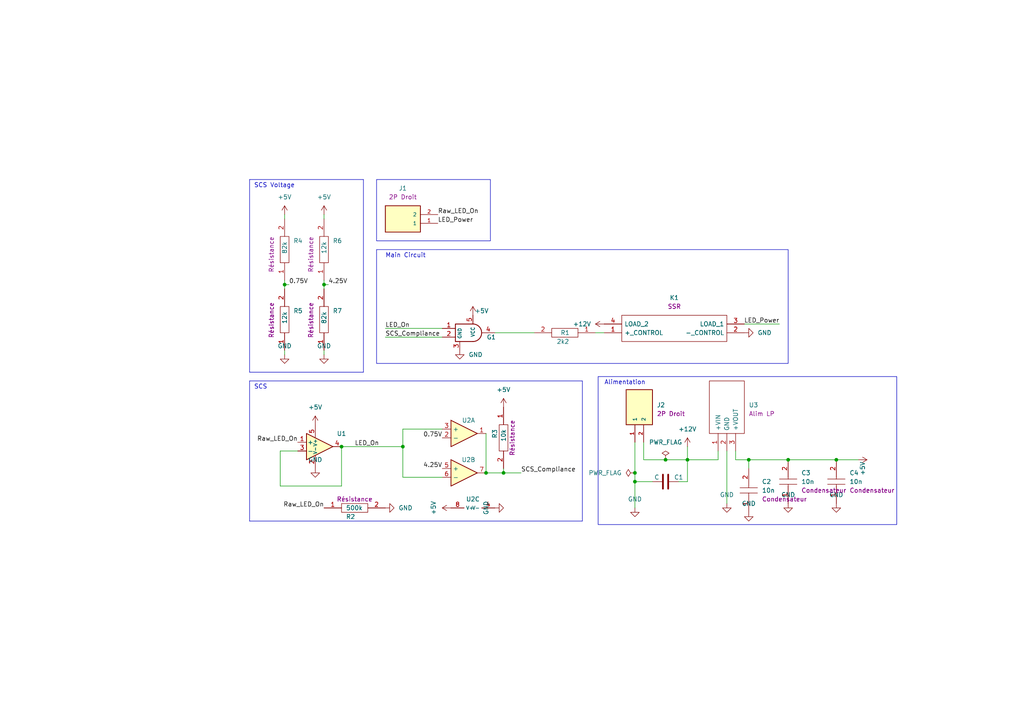
<source format=kicad_sch>
(kicad_sch (version 20231120) (generator "eeschema") (generator_version "8.0")
  (paper "A4")
  (lib_symbols
    (symbol "Device:C" (pin_numbers hide) (pin_names (offset 0.254))
      (property "Reference" "C" (at 0.635 2.54 0))
      (property "Value" "C" (at 0.635 -2.54 0))
      (symbol "C_0_1"
        (polyline (pts (xy -2.032 -0.762) (xy 2.032 -0.762)) (stroke (width 0.508)))
        (polyline (pts (xy -2.032 0.762) (xy 2.032 0.762)) (stroke (width 0.508)))
      )
      (symbol "C_1_1"
        (pin passive line (at 0 3.81 270) (length 2.794) (name "~") (number "1"))
        (pin passive line (at 0 -3.81 90) (length 2.794) (name "~") (number "2"))
      )
    )
    (symbol "EPSA_Lib:Opamp" (pin_names (offset 0.254))
      (property "Reference" "U" (at 2.54 2.54 0))
      (symbol "Opamp_0_1"
        (polyline (pts (xy 5.08 0) (xy -2.54 3.81) (xy -2.54 -3.81) (xy 5.08 0)) (stroke (width 0.254)) (fill (type background)))
      )
      (symbol "Opamp_1_1"
        (pin input line (at -5.08 1.27 0) (length 2.54) (name "+") (number "1"))
        (pin power_in line (at 0 -6.35 90) (length 3.81) (name "V-") (number "2"))
        (pin input line (at -5.08 -1.27 0) (length 2.54) (name "-") (number "3"))
        (pin output line (at 7.62 0 180) (length 2.54) (name "~") (number "4"))
        (pin power_in line (at 0 6.35 270) (length 3.81) (name "V+") (number "5"))
      )
    )
    (symbol "EPSA_lib:2P Droit 2-11-2022" (pin_names (offset 1.016))
      (property "Reference" "J" (at 6.35 5.08 0))
      (property "Render Name" "2P Droit" (at 0 3.81 0))
      (symbol "2P Droit 2-11-2022_0_0"
        (rectangle (start -5.08 -5.08) (end 5.08 2.54) (stroke (width 0.254)) (fill (type background)))
        (pin passive line (at -10.16 0 0) (length 5.08) (name "1") (number "1"))
        (pin passive line (at -10.16 -2.54 0) (length 5.08) (name "2") (number "2"))
      )
    )
    (symbol "EPSA_lib:Alim LP TSR_0.5-2450" (pin_names (offset 0.762))
      (property "Reference" "U" (at 20.32 11.43 0))
      (property "Render Name" "Alim LP" (at 11.43 8.89 0))
      (symbol "Alim LP TSR_0.5-2450_0_0"
        (pin passive line (at -1.27 5.08 0) (length 5.08) (name "+VIN") (number "1"))
        (pin passive line (at -1.27 2.54 0) (length 5.08) (name "GND") (number "2"))
        (pin passive line (at -1.27 0 0) (length 5.08) (name "+VOUT") (number "3"))
      )
      (symbol "Alim LP TSR_0.5-2450_0_1"
        (polyline (pts (xy 3.81 7.62) (xy 19.05 7.62) (xy 19.05 -2.54) (xy 3.81 -2.54) (xy 3.81 7.62)) (stroke (width 0.1524)))
      )
    )
    (symbol "EPSA_lib:Comparator_Dual"
      (property "Reference" "CP" (at 7.62 -2.54 0))
      (symbol "Comparator_Dual_1_1"
        (polyline (pts (xy 0 3.81) (xy 0 -3.81) (xy 7.62 0) (xy 0 3.81)) (stroke (width 0.254)) (fill (type background)))
        (pin open_collector line (at 10.16 0 180) (length 2.54) (name "~") (number "1"))
        (pin input line (at -2.54 -1.27 0) (length 2.54) (name "-") (number "2"))
        (pin input line (at -2.54 1.27 0) (length 2.54) (name "+") (number "3"))
      )
      (symbol "Comparator_Dual_2_1"
        (polyline (pts (xy 0 3.81) (xy 7.62 0) (xy 0 -3.81) (xy 0 3.81)) (stroke (width 0.254)) (fill (type background)))
        (pin input line (at -2.54 1.27 0) (length 2.54) (name "+") (number "5"))
        (pin input line (at -2.54 -1.27 0) (length 2.54) (name "-") (number "6"))
        (pin open_collector line (at 10.16 0 180) (length 2.54) (name "~") (number "7"))
      )
      (symbol "Comparator_Dual_3_1"
        (pin power_in line (at 0 -6.35 90) (length 3.81) (name "V-") (number "4"))
        (pin power_in line (at 0 6.35 270) (length 3.81) (name "V+") (number "8"))
      )
    )
    (symbol "EPSA_lib:Condensateur 0805Y1000104JXT" (pin_names (offset 0.762))
      (property "Reference" "C" (at 1.5 -1.8 0))
      (property "Value" "10u" (at 11.43 -2.54 0))
      (property "Render Name" "Condensateur" (at 6.35 3.81 0))
      (symbol "Condensateur 0805Y1000104JXT_0_0"
        (pin passive line (at 0 0 0) (length 5.08) (name "~") (number "1"))
        (pin passive line (at 12.7 0 180) (length 5.08) (name "~") (number "2"))
      )
      (symbol "Condensateur 0805Y1000104JXT_0_1"
        (polyline (pts (xy 5.08 0) (xy 5.588 0)) (stroke (width 0.1524)))
        (polyline (pts (xy 5.588 2.54) (xy 5.588 -2.54)) (stroke (width 0.1524)))
        (polyline (pts (xy 7.112 0) (xy 7.62 0)) (stroke (width 0.1524)))
        (polyline (pts (xy 7.112 2.54) (xy 7.112 -2.54)) (stroke (width 0.1524)))
      )
    )
    (symbol "EPSA_lib:Gate AND SN74AHCT1G08DBVR" (pin_names (offset 0.762))
      (property "Reference" "G" (at 2.54 -3.81 0))
      (symbol "Gate AND SN74AHCT1G08DBVR_1_1"
        (polyline (pts (xy 5.08 -2.54) (xy 0 -2.54) (xy 0 2.54) (xy 5.08 2.54)) (stroke (width 0.254)))
        (arc (start 5.1025 -2.54) (mid 7.6201 0) (end 5.1025 2.54) (stroke (width 0.254)))
        (pin input line (at -3.81 1.27 0) (length 3.81) (name "~") (number "1"))
        (pin input line (at -3.81 -1.27 0) (length 3.81) (name "~") (number "2"))
        (pin power_in line (at 1.27 -5.08 90) (length 2.54) (name "GND") (number "3"))
        (pin output line (at 11.43 0 180) (length 3.81) (name "~") (number "4"))
        (pin power_in line (at 5.08 5.08 270) (length 2.54) (name "VCC") (number "5"))
      )
    )
    (symbol "EPSA_lib:Résistance RK73H2BLTDD2152F" (pin_names (offset 0.762))
      (property "Reference" "R" (at 25.4 5.08 0))
      (property "Value" "10" (at 7.62 0 0))
      (property "Render Name" "Résistance" (at 8.89 2.54 0))
      (symbol "Résistance RK73H2BLTDD2152F_0_0"
        (pin passive line (at 0 0 0) (length 5.08) (name "~") (number "1"))
        (pin passive line (at 17.78 0 180) (length 5.08) (name "~") (number "2"))
      )
      (symbol "Résistance RK73H2BLTDD2152F_0_1"
        (polyline (pts (xy 5.08 1.27) (xy 12.7 1.27) (xy 12.7 -1.27) (xy 5.08 -1.27) (xy 5.08 1.27)) (stroke (width 0.1524)))
      )
    )
    (symbol "EPSA_lib:SSR CPC1394GR" (pin_names (offset 0.762))
      (property "Reference" "K" (at 19.05 -1.27 0))
      (property "Render Name" "SSR" (at 19.05 3.81 0))
      (symbol "SSR CPC1394GR_0_0"
        (pin passive line (at 0 -2.54 0) (length 5.08) (name "+_CONTROL") (number "1"))
        (pin passive line (at 40.64 -2.54 180) (length 5.08) (name "-_CONTROL") (number "2"))
        (pin passive line (at 40.64 0 180) (length 5.08) (name "LOAD_1") (number "3"))
        (pin passive line (at 0 0 0) (length 5.08) (name "LOAD_2") (number "4"))
      )
      (symbol "SSR CPC1394GR_0_1"
        (polyline (pts (xy 5.08 2.54) (xy 35.56 2.54) (xy 35.56 -5.08) (xy 5.08 -5.08) (xy 5.08 2.54)) (stroke (width 0.1524)))
      )
    )
    (symbol "Résistance RK73H2BLTDD2152F_1" (pin_names (offset 0.762))
      (property "Reference" "R" (at 25.4 5.08 0))
      (property "Value" "10" (at 7.62 0 0))
      (property "Render Name" "Résistance" (at 8.89 2.54 0))
      (symbol "Résistance RK73H2BLTDD2152F_1_0_0"
        (pin passive line (at 0 0 0) (length 5.08) (name "~") (number "1"))
        (pin passive line (at 17.78 0 180) (length 5.08) (name "~") (number "2"))
      )
      (symbol "Résistance RK73H2BLTDD2152F_1_0_1"
        (polyline (pts (xy 5.08 1.27) (xy 12.7 1.27) (xy 12.7 -1.27) (xy 5.08 -1.27) (xy 5.08 1.27)) (stroke (width 0.1524)))
      )
    )
    (symbol "Résistance RK73H2BLTDD2152F_3" (pin_names (offset 0.762))
      (property "Reference" "R" (at 25.4 5.08 0))
      (property "Value" "10" (at 7.62 0 0))
      (property "Render Name" "Résistance" (at 8.89 2.54 0))
      (symbol "Résistance RK73H2BLTDD2152F_3_0_0"
        (pin passive line (at 0 0 0) (length 5.08) (name "~") (number "1"))
        (pin passive line (at 17.78 0 180) (length 5.08) (name "~") (number "2"))
      )
      (symbol "Résistance RK73H2BLTDD2152F_3_0_1"
        (polyline (pts (xy 5.08 1.27) (xy 12.7 1.27) (xy 12.7 -1.27) (xy 5.08 -1.27) (xy 5.08 1.27)) (stroke (width 0.1524)))
      )
    )
    (symbol "Résistance RK73H2BLTDD2152F_4" (pin_names (offset 0.762))
      (property "Reference" "R" (at 25.4 5.08 0))
      (property "Value" "10" (at 7.62 0 0))
      (property "Render Name" "Résistance" (at 8.89 2.54 0))
      (symbol "Résistance RK73H2BLTDD2152F_4_0_0"
        (pin passive line (at 0 0 0) (length 5.08) (name "~") (number "1"))
        (pin passive line (at 17.78 0 180) (length 5.08) (name "~") (number "2"))
      )
      (symbol "Résistance RK73H2BLTDD2152F_4_0_1"
        (polyline (pts (xy 5.08 1.27) (xy 12.7 1.27) (xy 12.7 -1.27) (xy 5.08 -1.27) (xy 5.08 1.27)) (stroke (width 0.1524)))
      )
    )
    (symbol "Résistance RK73H2BLTDD2152F_5" (pin_names (offset 0.762))
      (property "Reference" "R" (at 25.4 5.08 0))
      (property "Value" "10" (at 7.62 0 0))
      (property "Render Name" "Résistance" (at 8.89 2.54 0))
      (symbol "Résistance RK73H2BLTDD2152F_5_0_0"
        (pin passive line (at 0 0 0) (length 5.08) (name "~") (number "1"))
        (pin passive line (at 17.78 0 180) (length 5.08) (name "~") (number "2"))
      )
      (symbol "Résistance RK73H2BLTDD2152F_5_0_1"
        (polyline (pts (xy 5.08 1.27) (xy 12.7 1.27) (xy 12.7 -1.27) (xy 5.08 -1.27) (xy 5.08 1.27)) (stroke (width 0.1524)))
      )
    )
    (symbol "power:+12V" (power) (pin_names (offset 0))
      (property "Value" "+12V" (at 0 3.556 0))
      (symbol "+12V_0_1"
        (polyline (pts (xy -0.762 1.27) (xy 0 2.54)))
        (polyline (pts (xy 0 0) (xy 0 2.54)))
        (polyline (pts (xy 0 2.54) (xy 0.762 1.27)))
      )
      (symbol "+12V_1_1"
        (pin power_in line (at 0 0 90) (length 0) hide (name "+12V") (number "1"))
      )
    )
    (symbol "power:+5V" (power) (pin_names (offset 0))
      (property "Value" "+5V" (at 0 3.556 0))
      (symbol "+5V_0_1"
        (polyline (pts (xy -0.762 1.27) (xy 0 2.54)))
        (polyline (pts (xy 0 0) (xy 0 2.54)))
        (polyline (pts (xy 0 2.54) (xy 0.762 1.27)))
      )
      (symbol "+5V_1_1"
        (pin power_in line (at 0 0 90) (length 0) hide (name "+5V") (number "1"))
      )
    )
    (symbol "power:GND" (power) (pin_names (offset 0))
      (property "Value" "GND" (at 0 -3.81 0))
      (symbol "GND_0_1"
        (polyline (pts (xy 0 0) (xy 0 -1.27) (xy 1.27 -1.27) (xy 0 -2.54) (xy -1.27 -1.27) (xy 0 -1.27)))
      )
      (symbol "GND_1_1"
        (pin power_in line (at 0 0 270) (length 0) hide (name "GND") (number "1"))
      )
    )
    (symbol "power:PWR_FLAG" (power) (pin_numbers hide) (pin_names (offset 0) hide)
      (property "Value" "PWR_FLAG" (at 0 3.81 0))
      (symbol "PWR_FLAG_0_0"
        (pin power_out line (at 0 0 90) (length 0) (name "pwr") (number "1"))
      )
      (symbol "PWR_FLAG_0_1"
        (polyline (pts (xy 0 0) (xy 0 1.27) (xy -1.016 1.905) (xy 0 2.54) (xy 1.016 1.905) (xy 0 1.27)))
      )
    )
  )
  (junction (at 242.57 133.35))
  (junction (at 193.04 133.35))
  (junction (at 99.06 129.54))
  (junction (at 146.05 137.16))
  (junction (at 93.98 82.55))
  (junction (at 184.15 139.7))
  (junction (at 199.39 133.35))
  (junction (at 228.6 133.35))
  (junction (at 217.17 133.35))
  (junction (at 116.84 129.54))
  (junction (at 140.97 137.16))
  (junction (at 184.15 137.16))
  (junction (at 82.55 82.55))
  (wire (pts (xy 111.76 97.79) (xy 128.27 97.79)))
  (polyline (pts (xy 168.91 110.49) (xy 72.39 110.49)))
  (polyline (pts (xy 72.39 110.49) (xy 72.39 151.13)))
  (wire (pts (xy 99.06 129.54) (xy 99.06 140.97)))
  (wire (pts (xy 146.05 137.16) (xy 151.13 137.16)))
  (wire (pts (xy 93.98 82.55) (xy 93.98 83.82)))
  (wire (pts (xy 215.9 93.98) (xy 226.06 93.98)))
  (polyline (pts (xy 105.41 107.95) (xy 72.39 107.95)))
  (wire (pts (xy 217.17 135.89) (xy 217.17 133.35)))
  (wire (pts (xy 184.15 137.16) (xy 184.15 139.7)))
  (wire (pts (xy 193.04 133.35) (xy 199.39 133.35)))
  (wire (pts (xy 146.05 137.16) (xy 146.05 135.89)))
  (wire (pts (xy 82.55 81.28) (xy 82.55 82.55)))
  (wire (pts (xy 82.55 62.23) (xy 82.55 63.5)))
  (wire (pts (xy 140.97 125.73) (xy 140.97 137.16)))
  (wire (pts (xy 242.57 133.35) (xy 248.92 133.35)))
  (wire (pts (xy 93.98 62.23) (xy 93.98 63.5)))
  (wire (pts (xy 186.69 128.27) (xy 186.69 133.35)))
  (wire (pts (xy 86.36 130.81) (xy 81.28 130.81)))
  (wire (pts (xy 172.72 96.52) (xy 175.26 96.52)))
  (polyline (pts (xy 72.39 52.07) (xy 105.41 52.07)))
  (wire (pts (xy 186.69 133.35) (xy 193.04 133.35)))
  (wire (pts (xy 99.06 129.54) (xy 116.84 129.54)))
  (wire (pts (xy 128.27 124.46) (xy 116.84 124.46)))
  (wire (pts (xy 140.97 137.16) (xy 146.05 137.16)))
  (wire (pts (xy 184.15 128.27) (xy 184.15 137.16)))
  (wire (pts (xy 81.28 130.81) (xy 81.28 140.97)))
  (wire (pts (xy 81.28 140.97) (xy 99.06 140.97)))
  (polyline (pts (xy 168.91 151.13) (xy 168.91 110.49)))
  (wire (pts (xy 208.28 130.81) (xy 208.28 133.35)))
  (wire (pts (xy 208.28 133.35) (xy 199.39 133.35)))
  (polyline (pts (xy 72.39 52.07) (xy 72.39 107.95)))
  (polyline (pts (xy 72.39 151.13) (xy 168.91 151.13)))
  (wire (pts (xy 143.51 96.52) (xy 154.94 96.52)))
  (polyline (pts (xy 105.41 52.07) (xy 105.41 107.95)))
  (wire (pts (xy 210.82 130.81) (xy 210.82 146.05)))
  (wire (pts (xy 199.39 139.7) (xy 199.39 133.35)))
  (wire (pts (xy 116.84 124.46) (xy 116.84 129.54)))
  (wire (pts (xy 128.27 138.43) (xy 116.84 138.43)))
  (wire (pts (xy 199.39 129.54) (xy 199.39 133.35)))
  (wire (pts (xy 184.15 139.7) (xy 184.15 147.32)))
  (wire (pts (xy 228.6 133.35) (xy 242.57 133.35)))
  (wire (pts (xy 82.55 82.55) (xy 83.82 82.55)))
  (wire (pts (xy 184.15 139.7) (xy 189.23 139.7)))
  (wire (pts (xy 93.98 82.55) (xy 95.25 82.55)))
  (wire (pts (xy 111.76 95.25) (xy 128.27 95.25)))
  (wire (pts (xy 213.36 133.35) (xy 217.17 133.35)))
  (wire (pts (xy 93.98 81.28) (xy 93.98 82.55)))
  (wire (pts (xy 82.55 82.55) (xy 82.55 83.82)))
  (wire (pts (xy 116.84 138.43) (xy 116.84 129.54)))
  (wire (pts (xy 82.55 101.6) (xy 82.55 102.87)))
  (wire (pts (xy 93.98 101.6) (xy 93.98 102.87)))
  (wire (pts (xy 217.17 133.35) (xy 228.6 133.35)))
  (wire (pts (xy 196.85 139.7) (xy 199.39 139.7)))
  (wire (pts (xy 213.36 130.81) (xy 213.36 133.35)))
  (rectangle (start 173.482 109.22) (end 260.096 152.146))
  (rectangle (start 109.22 52.07) (end 142.24 69.85))
  (rectangle (start 109.22 72.39) (end 228.6 105.41))
  (text "Alimentation\n" (at 175.26 111.76 0) (effects (font (size 1.27 1.27)) (justify left bottom)))
  (text "Main Circuit" (at 111.76 74.93 0) (effects (font (size 1.27 1.27)) (justify left bottom)))
  (text "SCS\n" (at 73.66 113.03 0) (effects (font (size 1.27 1.27)) (justify left bottom)))
  (text "SCS Voltage" (at 73.66 54.61 0) (effects (font (size 1.27 1.27)) (justify left bottom)))
  (label "LED_On" (at 102.87 129.54 0))
  (label "SCS_Compliance" (at 151.13 137.16 0))
  (label "4.25V" (at 95.25 82.55 0))
  (label "LED_Power" (at 226.06 93.98 180))
  (label "LED_Power" (at 127 64.77 0))
  (label "LED_On" (at 111.76 95.25 0))
  (label "4.25V" (at 128.27 135.89 180))
  (label "0.75V" (at 128.27 127 180))
  (label "SCS_Compliance" (at 111.76 97.79 0))
  (label "Raw_LED_On" (at 127 62.23 0))
  (label "Raw_LED_On" (at 93.98 147.32 180))
  (label "Raw_LED_On" (at 86.36 128.27 180))
  (label "0.75V" (at 83.82 82.55 0))
  (symbol (lib_id "EPSA_Lib:Opamp") (at 91.44 129.54 0) (unit 1)
    (property "Reference" "U1" (at 99.06 125.7614 0))
    (property "Value" "${SIM.PARAMS}" (effects (hide yes)))
    (property "Footprint" "Package_TO_SOT_SMD:SOT-353_SC-70-5_Handsoldering" (effects (hide yes)))
    (property "Datasheet" "https://www.ti.com/lit/gpn/tlv9064-q1" (effects (hide yes)))
    (property "Description" "Operational amplifier, single, node sequence=1:+ 2:- 3:OUT 4:V+ 5:V-" (effects (hide yes)))
    (property "Manufacturer_Name" "Texas Instruments" (effects (hide yes)))
    (property "Manufacturer_Part_Number" "TLV9061QDCKRQ1 " (effects (hide yes)))
    (property "Mouser Part Number" " 595-TLV9061QDCKRQ1 " (effects (hide yes)))
  )
  (symbol (lib_id "EPSA_lib:Condensateur 0805Y1000104JXT") (at 217.17 148.59 90) (unit 1)
    (property "Reference" "C2" (at 220.98 139.7 90) (effects (justify right)))
    (property "Value" "10n" (at 220.98 142.24 90) (effects (justify right)))
    (property "Footprint" "EPSA_lib:CAPC2012X130N" (effects (hide yes)))
    (property "Datasheet" "http://docs-europe.electrocomponents.com/webdocs/119d/0900766b8119d7bc.pdf" (effects (hide yes)))
    (property "Description" "Syfer 0805 Ceramic Chip Capacitors" (effects (hide yes)))
    (property "Sim.Pins" "1=+ 2=-" (effects (hide yes)))
    (property "Sim.Device" "C" (effects (hide yes)))
    (property "Height" "1.3" (effects (hide yes)))
    (property "Manufacturer_Name" "Syfer" (effects (hide yes)))
    (property "Manufacturer_Part_Number" "0805Y1000104JXT" (effects (hide yes)))
    (property "Render Name" "Condensateur" (at 220.98 144.78 90) (effects (justify right)))
  )
  (symbol (lib_id "EPSA_lib:Condensateur 0805Y1000104JXT") (at 242.57 146.05 90) (unit 1)
    (property "Reference" "C4" (at 246.38 137.16 90) (effects (justify right)))
    (property "Value" "10n" (at 246.38 139.7 90) (effects (justify right)))
    (property "Footprint" "EPSA_lib:CAPC2012X130N" (effects (hide yes)))
    (property "Datasheet" "http://docs-europe.electrocomponents.com/webdocs/119d/0900766b8119d7bc.pdf" (effects (hide yes)))
    (property "Description" "Syfer 0805 Ceramic Chip Capacitors" (effects (hide yes)))
    (property "Sim.Pins" "1=+ 2=-" (effects (hide yes)))
    (property "Sim.Device" "C" (effects (hide yes)))
    (property "Height" "1.3" (effects (hide yes)))
    (property "Manufacturer_Name" "Syfer" (effects (hide yes)))
    (property "Manufacturer_Part_Number" "0805Y1000104JXT" (effects (hide yes)))
    (property "Render Name" "Condensateur" (at 246.38 142.24 90) (effects (justify right)))
  )
  (symbol (lib_id "EPSA_lib:Condensateur 0805Y1000104JXT") (at 228.6 146.05 90) (unit 1)
    (property "Reference" "C3" (at 232.41 137.16 90) (effects (justify right)))
    (property "Value" "10n" (at 232.41 139.7 90) (effects (justify right)))
    (property "Footprint" "EPSA_lib:CAPC2012X130N" (effects (hide yes)))
    (property "Datasheet" "http://docs-europe.electrocomponents.com/webdocs/119d/0900766b8119d7bc.pdf" (effects (hide yes)))
    (property "Description" "Syfer 0805 Ceramic Chip Capacitors" (effects (hide yes)))
    (property "Sim.Pins" "1=+ 2=-" (effects (hide yes)))
    (property "Sim.Device" "C" (effects (hide yes)))
    (property "Height" "1.3" (effects (hide yes)))
    (property "Manufacturer_Name" "Syfer" (effects (hide yes)))
    (property "Manufacturer_Part_Number" "0805Y1000104JXT" (effects (hide yes)))
    (property "Render Name" "Condensateur" (at 232.41 142.24 90) (effects (justify right)))
  )
  (symbol (lib_id "power:+12V") (at 175.26 93.98 90) (unit 1)
    (property "Reference" "#PWR03" (effects (hide yes)))
    (property "Value" "+12V" (at 171.45 93.98 90) (effects (justify left)))
  )
  (symbol (lib_id "power:GND") (at 133.35 101.6 0) (unit 1)
    (property "Reference" "#GND010" (effects (hide yes)))
    (property "Value" "GND" (at 135.89 102.8699 0) (effects (justify left)))
  )
  (symbol (lib_id "EPSA_lib:Résistance RK73H2BLTDD2152F") (at 93.98 147.32 0) (unit 1)
    (property "Reference" "R2" (at 100.33 149.86 0) (effects (justify left)))
    (property "Value" "500k" (at 100.33 147.32 0) (effects (justify left)))
    (property "Footprint" "EPSA_lib:RESC3216X70N" (effects (hide yes)))
    (property "Datasheet" "http://www.koaspeer.com/catimages/Products/RK73H/RK73H.pdf" (effects (hide yes)))
    (property "Description" "Thick Film Resistors - SMD" (effects (hide yes)))
    (property "Height" "0.7" (effects (hide yes)))
    (property "Manufacturer_Name" "KOA Speer" (effects (hide yes)))
    (property "Manufacturer_Part_Number" "RK73H2BLTDD2152F" (effects (hide yes)))
    (property "Mouser Part Number" "N/A" (effects (hide yes)))
    (property "Mouser Price/Stock" "https://www.mouser.co.uk/ProductDetail/KOA-Speer/RK73H2BLTDD2152F?qs=WeIALVmW3zmyxMFsjVzMRw%3D%3D" (effects (hide yes)))
    (property "Sim.Device" "R" (effects (hide yes)))
    (property "Sim.Params" "type=\"R\" model=\"10k\" lib=\"\"" (effects (hide yes)))
    (property "Sim.Pins" "1=+ 2=-" (effects (hide yes)))
    (property "Render Name" "Résistance" (at 102.87 144.78 0))
  )
  (symbol (lib_id "power:GND") (at 82.55 102.87 0) (unit 1)
    (property "Reference" "#GND07" (effects (hide yes)))
    (property "Value" "GND" (at 82.55 100.33 0))
  )
  (symbol (lib_id "power:GND") (at 217.17 148.59 0) (unit 1)
    (property "Reference" "#GND06" (effects (hide yes)))
    (property "Value" "GND" (at 217.17 146.05 0))
  )
  (symbol (lib_id "power:+5V") (at 130.81 147.32 90) (unit 1)
    (property "Reference" "#PWR05" (effects (hide yes)))
    (property "Value" "+5V" (at 125.73 147.32 0))
  )
  (symbol (lib_id "power:+5V") (at 91.44 123.19 0) (unit 1)
    (property "Reference" "#PWR04" (effects (hide yes)))
    (property "Value" "+5V" (at 91.44 118.11 0))
  )
  (symbol (lib_id "power:GND") (at 184.15 147.32 0) (unit 1)
    (property "Reference" "#GND04" (effects (hide yes)))
    (property "Value" "GND" (at 184.15 144.78 0))
  )
  (symbol (lib_id "power:+5V") (at 82.55 62.23 0) (unit 1)
    (property "Reference" "#PWR01" (effects (hide yes)))
    (property "Value" "+5V" (at 82.55 57.15 0))
  )
  (symbol (lib_id "power:PWR_FLAG") (at 193.04 133.35 0) (unit 1)
    (property "Reference" "#FLG01" (effects (hide yes)))
    (property "Value" "PWR_FLAG" (at 193.04 128.27 0))
  )
  (symbol (lib_id "power:GND") (at 242.57 146.05 0) (unit 1)
    (property "Reference" "#GND012" (effects (hide yes)))
    (property "Value" "GND" (at 242.57 143.51 0))
  )
  (symbol (lib_id "EPSA_lib:Résistance RK73H2BLTDD2152F") (at 146.05 118.11 270) (unit 1)
    (property "Reference" "R3" (at 143.51 124.46 0) (effects (justify left)))
    (property "Value" "10k" (at 146.05 124.46 0) (effects (justify left)))
    (property "Footprint" "EPSA_lib:RESC3216X70N" (effects (hide yes)))
    (property "Datasheet" "http://www.koaspeer.com/catimages/Products/RK73H/RK73H.pdf" (effects (hide yes)))
    (property "Description" "Thick Film Resistors - SMD" (effects (hide yes)))
    (property "Height" "0.7" (effects (hide yes)))
    (property "Manufacturer_Name" "KOA Speer" (effects (hide yes)))
    (property "Manufacturer_Part_Number" "RK73H2BLTDD2152F" (effects (hide yes)))
    (property "Mouser Part Number" "N/A" (effects (hide yes)))
    (property "Mouser Price/Stock" "https://www.mouser.co.uk/ProductDetail/KOA-Speer/RK73H2BLTDD2152F?qs=WeIALVmW3zmyxMFsjVzMRw%3D%3D" (effects (hide yes)))
    (property "Sim.Device" "R" (effects (hide yes)))
    (property "Sim.Params" "type=\"R\" model=\"10k\" lib=\"\"" (effects (hide yes)))
    (property "Sim.Pins" "1=+ 2=-" (effects (hide yes)))
    (property "Render Name" "Résistance" (at 148.59 127 0))
  )
  (symbol (lib_id "power:PWR_FLAG") (at 184.15 137.16 90) (unit 1)
    (property "Reference" "#FLG04" (effects (hide yes)))
    (property "Value" "PWR_FLAG" (at 180.34 137.16 90) (effects (justify left)))
  )
  (symbol (lib_name "Résistance RK73H2BLTDD2152F_1") (lib_id "EPSA_lib:Résistance RK73H2BLTDD2152F") (at 82.55 81.28 90) (unit 1)
    (property "Reference" "R4" (at 85.09 69.8499 90) (effects (justify right)))
    (property "Value" "82k" (at 82.55 73.66 0) (effects (justify left)))
    (property "Footprint" "EPSA_lib:RESC3216X70N" (effects (hide yes)))
    (property "Datasheet" "http://www.koaspeer.com/catimages/Products/RK73H/RK73H.pdf" (effects (hide yes)))
    (property "Description" "Thick Film Resistors - SMD" (effects (hide yes)))
    (property "Height" "0.7" (effects (hide yes)))
    (property "Manufacturer_Name" "KOA Speer" (effects (hide yes)))
    (property "Manufacturer_Part_Number" "RK73H2BLTDD2152F" (effects (hide yes)))
    (property "Mouser Part Number" "N/A" (effects (hide yes)))
    (property "Mouser Price/Stock" "https://www.mouser.co.uk/ProductDetail/KOA-Speer/RK73H2BLTDD2152F?qs=WeIALVmW3zmyxMFsjVzMRw%3D%3D" (effects (hide yes)))
    (property "Render Name" "Résistance" (at 78.74 68.58 0) (effects (justify right)))
    (property "Sim.Device" "R" (effects (hide yes)))
    (property "Sim.Params" "type=\"R\" model=\"8k\" lib=\"\"" (effects (hide yes)))
    (property "Sim.Pins" "1=+ 2=-" (effects (hide yes)))
  )
  (symbol (lib_name "Résistance RK73H2BLTDD2152F_4") (lib_id "EPSA_lib:Résistance RK73H2BLTDD2152F") (at 82.55 101.6 90) (unit 1)
    (property "Reference" "R5" (at 85.09 90.1699 90) (effects (justify right)))
    (property "Value" "12k" (at 82.55 93.98 0) (effects (justify left)))
    (property "Footprint" "EPSA_lib:RESC3216X70N" (effects (hide yes)))
    (property "Datasheet" "http://www.koaspeer.com/catimages/Products/RK73H/RK73H.pdf" (effects (hide yes)))
    (property "Description" "Thick Film Resistors - SMD" (effects (hide yes)))
    (property "Height" "0.7" (effects (hide yes)))
    (property "Manufacturer_Name" "KOA Speer" (effects (hide yes)))
    (property "Manufacturer_Part_Number" "RK73H2BLTDD2152F" (effects (hide yes)))
    (property "Mouser Part Number" "N/A" (effects (hide yes)))
    (property "Mouser Price/Stock" "https://www.mouser.co.uk/ProductDetail/KOA-Speer/RK73H2BLTDD2152F?qs=WeIALVmW3zmyxMFsjVzMRw%3D%3D" (effects (hide yes)))
    (property "Render Name" "Résistance" (at 78.74 87.63 0) (effects (justify right)))
    (property "Sim.Device" "R" (effects (hide yes)))
    (property "Sim.Params" "type=\"R\" model=\"2k\" lib=\"\"" (effects (hide yes)))
    (property "Sim.Pins" "1=+ 2=-" (effects (hide yes)))
  )
  (symbol (lib_id "power:+5V") (at 146.05 118.11 0) (unit 1)
    (property "Reference" "#PWR06" (effects (hide yes)))
    (property "Value" "+5V" (at 146.05 113.03 0))
  )
  (symbol (lib_id "power:GND") (at 143.51 147.32 90) (unit 1)
    (property "Reference" "#GND03" (effects (hide yes)))
    (property "Value" "GND" (at 140.97 147.32 0))
  )
  (symbol (lib_id "power:GND") (at 215.9 96.52 90) (unit 1)
    (property "Reference" "#GND09" (effects (hide yes)))
    (property "Value" "GND" (at 219.71 96.52 90) (effects (justify right)))
  )
  (symbol (lib_id "EPSA_lib:Comparator_Dual") (at 137.16 147.32 90) (unit 3)
    (property "Reference" "U2" (at 137.16 144.78 90))
    (property "Value" "Opamp_Dual" (effects (hide yes)))
    (property "Footprint" "Package_SO:TSSOP-8_4.4x3mm_P0.65mm" (effects (hide yes)))
    (property "Datasheet" "https://www.ti.com/lit/gpn/lmv339" (effects (hide yes)))
    (property "Description" "Dual comparator" (effects (hide yes)))
    (property "Manufacturer_Name" "Texas Instruments" (effects (hide yes)))
    (property "Manufacturer_Part_Number" "LMV393IPWR" (effects (hide yes)))
    (property "Mouser Part Number" "595-LMV393IPWR" (effects (hide yes)))
    (property "Sim.Library" "${SP_BASIC}\\Comp_lm393lv.lib" (effects (hide yes)))
    (property "Sim.Name" "LM393LV_Dual" (effects (hide yes)))
    (property "Sim.Device" "SUBCKT" (effects (hide yes)))
    (property "Sim.Pins" "1=OUT1 2=IN1- 3=IN1+ 4=GND 5=IN2+ 6=IN2- 7=OUT2 8=V+" (effects (hide yes)))
  )
  (symbol (lib_id "power:+5V") (at 93.98 62.23 0) (unit 1)
    (property "Reference" "#PWR02" (effects (hide yes)))
    (property "Value" "+5V" (at 93.98 57.15 0))
  )
  (symbol (lib_id "EPSA_lib:2P Droit 2-11-2022") (at 184.15 118.11 90) (unit 1) (exclude_from_sim yes)
    (property "Reference" "J2" (at 190.5 117.475 90) (effects (justify right)))
    (property "Value" "2P Droit 2-11-2022" (effects (hide yes)))
    (property "Footprint" "EPSA_lib:MOLEX_22-11-2022" (effects (hide yes)))
    (property "Sim.Pins" "1=1 2=2" (effects (hide yes)))
    (property "Sim.Device" "SPICE" (effects (hide yes)))
    (property "Sim.Params" "type=\"J\" model=\"22-11-2022\" lib=\"\"" (effects (hide yes)))
    (property "MAXIMUM_PACKAGE_HEIGHT" "10.66mm" (effects (hide yes)))
    (property "PARTREV" "BD8" (effects (hide yes)))
    (property "STANDARD" "Manufacturer Recommendations" (effects (hide yes)))
    (property "MANUFACTURER" "Molex" (effects (hide yes)))
    (property "Render Name" "2P Droit" (at 190.5 120.015 90) (effects (justify right)))
  )
  (symbol (lib_id "power:GND") (at 210.82 146.05 0) (unit 1)
    (property "Reference" "#GND05" (effects (hide yes)))
    (property "Value" "GND" (at 210.82 143.51 0))
  )
  (symbol (lib_name "Résistance RK73H2BLTDD2152F_3") (lib_id "EPSA_lib:Résistance RK73H2BLTDD2152F") (at 93.98 101.6 90) (unit 1)
    (property "Reference" "R7" (at 96.52 90.1699 90) (effects (justify right)))
    (property "Value" "82k" (at 93.98 93.98 0) (effects (justify left)))
    (property "Footprint" "EPSA_lib:RESC3216X70N" (effects (hide yes)))
    (property "Datasheet" "http://www.koaspeer.com/catimages/Products/RK73H/RK73H.pdf" (effects (hide yes)))
    (property "Description" "Thick Film Resistors - SMD" (effects (hide yes)))
    (property "Height" "0.7" (effects (hide yes)))
    (property "Manufacturer_Name" "KOA Speer" (effects (hide yes)))
    (property "Manufacturer_Part_Number" "RK73H2BLTDD2152F" (effects (hide yes)))
    (property "Mouser Part Number" "N/A" (effects (hide yes)))
    (property "Mouser Price/Stock" "https://www.mouser.co.uk/ProductDetail/KOA-Speer/RK73H2BLTDD2152F?qs=WeIALVmW3zmyxMFsjVzMRw%3D%3D" (effects (hide yes)))
    (property "Render Name" "Résistance" (at 90.17 87.63 0) (effects (justify right)))
    (property "Sim.Device" "R" (effects (hide yes)))
    (property "Sim.Params" "type=\"R\" model=\"8k\" lib=\"\"" (effects (hide yes)))
    (property "Sim.Pins" "1=+ 2=-" (effects (hide yes)))
  )
  (symbol (lib_name "Résistance RK73H2BLTDD2152F_5") (lib_id "EPSA_lib:Résistance RK73H2BLTDD2152F") (at 93.98 81.28 90) (unit 1)
    (property "Reference" "R6" (at 96.52 69.8499 90) (effects (justify right)))
    (property "Value" "12k" (at 93.98 73.66 0) (effects (justify left)))
    (property "Footprint" "EPSA_lib:RESC3216X70N" (effects (hide yes)))
    (property "Datasheet" "http://www.koaspeer.com/catimages/Products/RK73H/RK73H.pdf" (effects (hide yes)))
    (property "Description" "Thick Film Resistors - SMD" (effects (hide yes)))
    (property "Height" "0.7" (effects (hide yes)))
    (property "Manufacturer_Name" "KOA Speer" (effects (hide yes)))
    (property "Manufacturer_Part_Number" "RK73H2BLTDD2152F" (effects (hide yes)))
    (property "Mouser Part Number" "N/A" (effects (hide yes)))
    (property "Mouser Price/Stock" "https://www.mouser.co.uk/ProductDetail/KOA-Speer/RK73H2BLTDD2152F?qs=WeIALVmW3zmyxMFsjVzMRw%3D%3D" (effects (hide yes)))
    (property "Render Name" "Résistance" (at 90.17 68.58 0) (effects (justify right)))
    (property "Sim.Device" "R" (effects (hide yes)))
    (property "Sim.Params" "type=\"R\" model=\"2k\" lib=\"\"" (effects (hide yes)))
    (property "Sim.Pins" "1=+ 2=-" (effects (hide yes)))
  )
  (symbol (lib_name "Résistance RK73H2BLTDD2152F_5") (lib_id "EPSA_lib:Résistance RK73H2BLTDD2152F") (at 172.72 96.52 180) (unit 1)
    (property "Reference" "R1" (at 162.56 96.52 0) (effects (justify right)))
    (property "Value" "2k2" (at 165.1 99.06 0) (effects (justify left)))
    (property "Footprint" "EPSA_lib:RESC3216X70N" (effects (hide yes)))
    (property "Datasheet" "http://www.koaspeer.com/catimages/Products/RK73H/RK73H.pdf" (effects (hide yes)))
    (property "Description" "Thick Film Resistors - SMD" (effects (hide yes)))
    (property "Height" "0.7" (effects (hide yes)))
    (property "Manufacturer_Name" "KOA Speer" (effects (hide yes)))
    (property "Manufacturer_Part_Number" "RK73H2BLTDD2152F" (effects (hide yes)))
    (property "Mouser Part Number" "N/A" (effects (hide yes)))
    (property "Mouser Price/Stock" "https://www.mouser.co.uk/ProductDetail/KOA-Speer/RK73H2BLTDD2152F?qs=WeIALVmW3zmyxMFsjVzMRw%3D%3D" (effects (hide yes)))
    (property "Render Name" "Résistance" (effects (hide yes)))
    (property "Sim.Device" "R" (effects (hide yes)))
    (property "Sim.Params" "type=\"R\" model=\"2k\" lib=\"\"" (effects (hide yes)))
    (property "Sim.Pins" "1=+ 2=-" (effects (hide yes)))
  )
  (symbol (lib_id "EPSA_lib:Gate AND SN74AHCT1G08DBVR") (at 132.08 96.52 0) (unit 1)
    (property "Reference" "G1" (at 142.494 97.79 0))
    (property "Value" "Gate AND SN74AHCT1G08DBVR" (effects (hide yes)))
    (property "Footprint" "EPSA_lib:SOT95P280X145-5N" (effects (hide yes)))
    (property "Datasheet" "https://datasheet.datasheetarchive.com/originals/distributors/SFDatasheet-6/sf-000128638.pdf" (effects (hide yes)))
    (property "Description" "SN74AHCT1G08DBVR, Logic Gate 2 Input AND, AHCT, 8mA 5V 5-Pin SOT-23" (effects (hide yes)))
    (property "Sim.Pins" "4=1 1=2 2=3 5=4 3=5" (effects (hide yes)))
    (property "Sim.Device" "SPICE" (effects (hide yes)))
    (property "Sim.Params" "type=\"X\" model=\"SN74AHC1G08\" lib=\"${EPSA_lib}\\SpiceModel\\AND_SN74AHC1G08.lib\"" (effects (hide yes)))
    (property "Height" "1.45" (effects (hide yes)))
    (property "Manufacturer_Name" "Texas Instruments" (effects (hide yes)))
    (property "Manufacturer_Part_Number" "SN74AHCT1G08DBVR" (effects (hide yes)))
    (property "Mouser Part Number" "595-SN74AHCT1G08DBVR" (effects (hide yes)))
    (property "Mouser Price/Stock" "https://www.mouser.co.uk/ProductDetail/Texas-Instruments/SN74AHCT1G08DBVR?qs=8Pd2FuFSoMGY9AK%2Ftqwbcw%3D%3D" (effects (hide yes)))
    (property "Arrow Part Number" "SN74AHCT1G08DBVR" (effects (hide yes)))
    (property "Arrow Price/Stock" "https://www.arrow.com/en/products/sn74ahct1g08dbvr/texas-instruments?region=nac" (effects (hide yes)))
    (property "Render Name" "Gate AND" (effects (hide yes)))
  )
  (symbol (lib_id "EPSA_lib:SSR CPC1394GR") (at 175.26 93.98 0) (unit 1)
    (property "Reference" "K1" (at 195.58 86.36 0))
    (property "Value" "SSR CPC1394GR" (effects (hide yes)))
    (property "Footprint" "EPSA_lib:CPC1394GR" (effects (hide yes)))
    (property "Datasheet" "https://componentsearchengine.com/Datasheets/1/CPC1394GR.pdf" (effects (hide yes)))
    (property "Description" "SPST-NO Solid State Relay Solder 120 mA rms/mA dc Surface Mount, DC MOSFET" (effects (hide yes)))
    (property "Sim.Pins" "1=1 2=2 3=3 4=4" (effects (hide yes)))
    (property "Sim.Device" "SPICE" (effects (hide yes)))
    (property "Sim.Params" "type=\"X\" model=\"SWITCH\" lib=\"${EPSA_lib}\\SpiceModel\\SSR.lib\"" (effects (hide yes)))
    (property "Height" "3.556" (effects (hide yes)))
    (property "Manufacturer_Name" "LITTELFUSE" (effects (hide yes)))
    (property "Manufacturer_Part_Number" "CPC1394GR" (effects (hide yes)))
    (property "Mouser Part Number" "849-CPC1394GR" (effects (hide yes)))
    (property "Mouser Price/Stock" "https://www.mouser.co.uk/ProductDetail/IXYS-Integrated-Circuits/CPC1394GR?qs=8uBHJDVwVqyTG8bzDwZMmA%3D%3D" (effects (hide yes)))
    (property "Render Name" "SSR" (at 195.58 88.9 0))
  )
  (symbol (lib_id "power:+12V") (at 199.39 129.54 0) (unit 1)
    (property "Reference" "#PWR07" (effects (hide yes)))
    (property "Value" "+12V" (at 199.39 124.46 0))
  )
  (symbol (lib_id "power:GND") (at 93.98 102.87 0) (unit 1)
    (property "Reference" "#GND08" (effects (hide yes)))
    (property "Value" "GND" (at 93.98 100.33 0))
  )
  (symbol (lib_id "Device:C") (at 193.04 139.7 90) (unit 1)
    (property "Reference" "C1" (at 196.85 138.43 90))
    (property "Value" "C" (at 190.5 138.43 90))
    (property "Footprint" "Capacitor_THT:CP_Radial_D5.0mm_P2.00mm" (effects (hide yes)))
  )
  (symbol (lib_id "power:GND") (at 91.44 135.89 0) (unit 1)
    (property "Reference" "#GND01" (effects (hide yes)))
    (property "Value" "GND" (at 91.44 133.35 0))
  )
  (symbol (lib_id "power:GND") (at 228.6 146.05 0) (unit 1)
    (property "Reference" "#GND011" (effects (hide yes)))
    (property "Value" "GND" (at 228.6 143.51 0))
  )
  (symbol (lib_id "power:GND") (at 111.76 147.32 90) (unit 1)
    (property "Reference" "#GND02" (effects (hide yes)))
    (property "Value" "GND" (at 115.57 147.32 90) (effects (justify right)))
  )
  (symbol (lib_id "power:+5V") (at 137.16 91.44 0) (unit 1)
    (property "Reference" "#PWR09" (effects (hide yes)))
    (property "Value" "+5V" (at 139.7 90.17 0))
  )
  (symbol (lib_id "EPSA_lib:Comparator_Dual") (at 130.81 137.16 0) (unit 2)
    (property "Reference" "U2" (at 135.89 133.35 0))
    (property "Value" "Opamp_Dual" (effects (hide yes)))
    (property "Footprint" "Package_SO:TSSOP-8_4.4x3mm_P0.65mm" (effects (hide yes)))
    (property "Datasheet" "https://www.ti.com/lit/gpn/lmv339" (effects (hide yes)))
    (property "Description" "Dual comparator" (effects (hide yes)))
    (property "Manufacturer_Name" "Texas Instruments" (effects (hide yes)))
    (property "Manufacturer_Part_Number" "LMV393IPWR" (effects (hide yes)))
    (property "Mouser Part Number" "595-LMV393IPWR" (effects (hide yes)))
    (property "Sim.Library" "${SP_BASIC}\\Comp_lm393lv.lib" (effects (hide yes)))
    (property "Sim.Name" "LM393LV_Dual" (effects (hide yes)))
    (property "Sim.Device" "SUBCKT" (effects (hide yes)))
    (property "Sim.Pins" "1=OUT1 2=IN1- 3=IN1+ 4=GND 5=IN2+ 6=IN2- 7=OUT2 8=V+" (effects (hide yes)))
  )
  (symbol (lib_id "EPSA_lib:2P Droit 2-11-2022") (at 116.84 64.77 180) (unit 1) (exclude_from_sim yes)
    (property "Reference" "J1" (at 116.84 54.61 0))
    (property "Value" "2P Droit 2-11-2022" (effects (hide yes)))
    (property "Footprint" "EPSA_lib:MOLEX_22-11-2022" (effects (hide yes)))
    (property "Sim.Pins" "1=1 2=2" (effects (hide yes)))
    (property "Sim.Device" "SPICE" (effects (hide yes)))
    (property "Sim.Params" "type=\"J\" model=\"22-11-2022\" lib=\"\"" (effects (hide yes)))
    (property "MAXIMUM_PACKAGE_HEIGHT" "10.66mm" (effects (hide yes)))
    (property "PARTREV" "BD8" (effects (hide yes)))
    (property "STANDARD" "Manufacturer Recommendations" (effects (hide yes)))
    (property "MANUFACTURER" "Molex" (effects (hide yes)))
    (property "Render Name" "2P Droit" (at 116.84 57.15 0))
  )
  (symbol (lib_id "EPSA_lib:Comparator_Dual") (at 130.81 125.73 0) (unit 1)
    (property "Reference" "U2" (at 135.89 121.92 0))
    (property "Value" "Opamp_Dual" (effects (hide yes)))
    (property "Footprint" "Package_SO:TSSOP-8_4.4x3mm_P0.65mm" (effects (hide yes)))
    (property "Datasheet" "https://www.ti.com/lit/gpn/lmv339" (effects (hide yes)))
    (property "Description" "Dual comparator" (effects (hide yes)))
    (property "Manufacturer_Name" "Texas Instruments" (effects (hide yes)))
    (property "Manufacturer_Part_Number" "LMV393IPWR" (effects (hide yes)))
    (property "Mouser Part Number" "595-LMV393IPWR" (effects (hide yes)))
    (property "Sim.Library" "${SP_BASIC}\\Comp_lm393lv.lib" (effects (hide yes)))
    (property "Sim.Name" "LM393LV_Dual" (effects (hide yes)))
    (property "Sim.Device" "SUBCKT" (effects (hide yes)))
    (property "Sim.Pins" "1=OUT1 2=IN1- 3=IN1+ 4=GND 5=IN2+ 6=IN2- 7=OUT2 8=V+" (effects (hide yes)))
  )
  (symbol (lib_id "power:+5V") (at 248.92 133.35 270) (unit 1)
    (property "Reference" "#PWR08" (effects (hide yes)))
    (property "Value" "+5V" (at 250.19 135.89 0))
  )
  (symbol (lib_id "EPSA_lib:Alim LP TSR_0.5-2450") (at 213.36 129.54 90) (unit 1) (exclude_from_sim yes)
    (property "Reference" "U3" (at 217.17 117.475 90) (effects (justify right)))
    (property "Value" "Alim LP TSR_0.5-2450" (effects (hide yes)))
    (property "Footprint" "EPSA_lib:TSR-0.5-2433" (effects (hide yes)))
    (property "Datasheet" "https://tracopower.com/tsr0-5-datasheet/" (effects (hide yes)))
    (property "Description" "0.5 Amp POL switching regulator, 4.75 to -32 VDC input, pos.-pos. circuit, LM78 compatible, SIP-3" (effects (hide yes)))
    (property "Sim.Pins" "1=1 2=2 3=3" (effects (hide yes)))
    (property "Sim.Device" "SPICE" (effects (hide yes)))
    (property "Sim.Params" "type=\"R\" model=\"Alim LP TSR_0.5-2450\" lib=\"\"" (effects (hide yes)))
    (property "Manufacturer_Name" "Traco Power" (effects (hide yes)))
    (property "Manufacturer_Part_Number" "TSR 0.5-2450" (effects (hide yes)))
    (property "Mouser Part Number" "495-TSR0.5-2450" (effects (hide yes)))
    (property "Mouser Price/Stock" "https://www.mouser.co.uk/ProductDetail/TRACO-Power/TSR-0.5-2450?qs=ckJk83FOD0XpEgQBSwF%2FIw%3D%3D" (effects (hide yes)))
    (property "Arrow Part Number" "TSR 0.5-2450" (effects (hide yes)))
    (property "Arrow Price/Stock" "https://www.arrow.com/en/products/tsr0.5-2450/traco-electronic-ag?region=europe" (effects (hide yes)))
    (property "Render Name" "Alim LP" (at 217.17 120.015 90) (effects (justify right)))
  )
)
</source>
